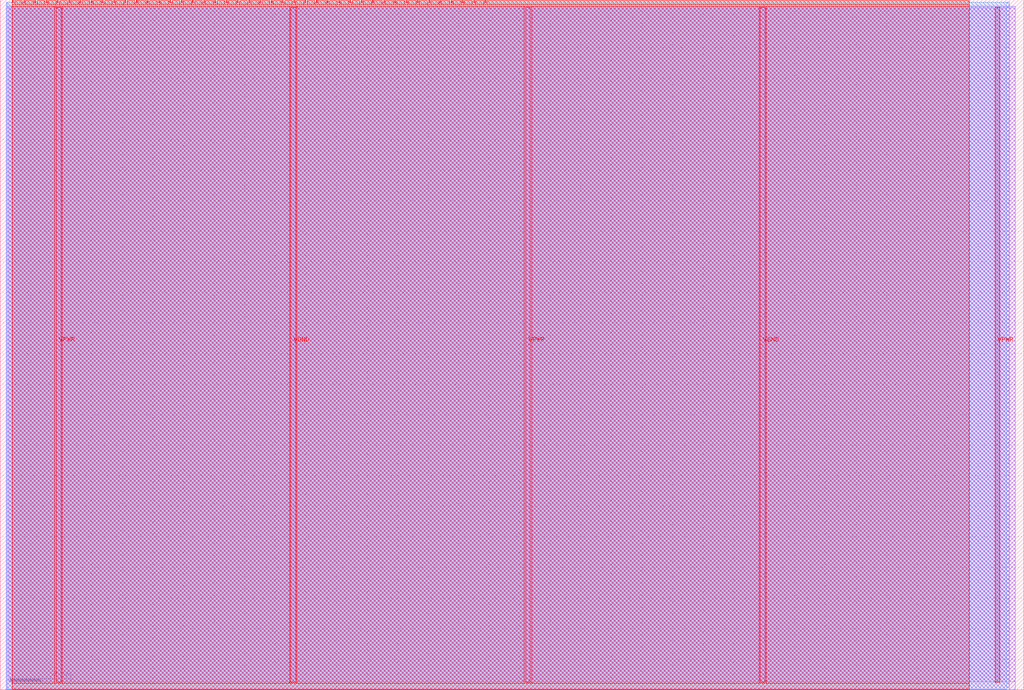
<source format=lef>
VERSION 5.7 ;
  NOWIREEXTENSIONATPIN ON ;
  DIVIDERCHAR "/" ;
  BUSBITCHARS "[]" ;
MACRO tt_um_fjpolo_r2a03
  CLASS BLOCK ;
  FOREIGN tt_um_fjpolo_r2a03 ;
  ORIGIN 0.000 0.000 ;
  SIZE 334.880 BY 225.760 ;
  PIN VGND
    DIRECTION INOUT ;
    USE GROUND ;
    PORT
      LAYER met4 ;
        RECT 95.080 2.480 96.680 223.280 ;
    END
    PORT
      LAYER met4 ;
        RECT 248.680 2.480 250.280 223.280 ;
    END
  END VGND
  PIN VPWR
    DIRECTION INOUT ;
    USE POWER ;
    PORT
      LAYER met4 ;
        RECT 18.280 2.480 19.880 223.280 ;
    END
    PORT
      LAYER met4 ;
        RECT 171.880 2.480 173.480 223.280 ;
    END
    PORT
      LAYER met4 ;
        RECT 325.480 2.480 327.080 223.280 ;
    END
  END VPWR
  PIN clk
    DIRECTION INPUT ;
    USE SIGNAL ;
    ANTENNAGATEAREA 0.852000 ;
    PORT
      LAYER met4 ;
        RECT 154.870 224.760 155.170 225.760 ;
    END
  END clk
  PIN ena
    DIRECTION INPUT ;
    USE SIGNAL ;
    ANTENNAGATEAREA 0.247500 ;
    PORT
      LAYER met4 ;
        RECT 158.550 224.760 158.850 225.760 ;
    END
  END ena
  PIN rst_n
    DIRECTION INPUT ;
    USE SIGNAL ;
    ANTENNAGATEAREA 0.159000 ;
    PORT
      LAYER met4 ;
        RECT 151.190 224.760 151.490 225.760 ;
    END
  END rst_n
  PIN ui_in[0]
    DIRECTION INPUT ;
    USE SIGNAL ;
    ANTENNAGATEAREA 0.159000 ;
    PORT
      LAYER met4 ;
        RECT 147.510 224.760 147.810 225.760 ;
    END
  END ui_in[0]
  PIN ui_in[1]
    DIRECTION INPUT ;
    USE SIGNAL ;
    ANTENNAGATEAREA 0.196500 ;
    PORT
      LAYER met4 ;
        RECT 143.830 224.760 144.130 225.760 ;
    END
  END ui_in[1]
  PIN ui_in[2]
    DIRECTION INPUT ;
    USE SIGNAL ;
    ANTENNAGATEAREA 0.196500 ;
    PORT
      LAYER met4 ;
        RECT 140.150 224.760 140.450 225.760 ;
    END
  END ui_in[2]
  PIN ui_in[3]
    DIRECTION INPUT ;
    USE SIGNAL ;
    ANTENNAGATEAREA 0.196500 ;
    PORT
      LAYER met4 ;
        RECT 136.470 224.760 136.770 225.760 ;
    END
  END ui_in[3]
  PIN ui_in[4]
    DIRECTION INPUT ;
    USE SIGNAL ;
    PORT
      LAYER met4 ;
        RECT 132.790 224.760 133.090 225.760 ;
    END
  END ui_in[4]
  PIN ui_in[5]
    DIRECTION INPUT ;
    USE SIGNAL ;
    PORT
      LAYER met4 ;
        RECT 129.110 224.760 129.410 225.760 ;
    END
  END ui_in[5]
  PIN ui_in[6]
    DIRECTION INPUT ;
    USE SIGNAL ;
    PORT
      LAYER met4 ;
        RECT 125.430 224.760 125.730 225.760 ;
    END
  END ui_in[6]
  PIN ui_in[7]
    DIRECTION INPUT ;
    USE SIGNAL ;
    PORT
      LAYER met4 ;
        RECT 121.750 224.760 122.050 225.760 ;
    END
  END ui_in[7]
  PIN uio_in[0]
    DIRECTION INPUT ;
    USE SIGNAL ;
    ANTENNAGATEAREA 0.196500 ;
    PORT
      LAYER met4 ;
        RECT 118.070 224.760 118.370 225.760 ;
    END
  END uio_in[0]
  PIN uio_in[1]
    DIRECTION INPUT ;
    USE SIGNAL ;
    ANTENNAGATEAREA 0.196500 ;
    PORT
      LAYER met4 ;
        RECT 114.390 224.760 114.690 225.760 ;
    END
  END uio_in[1]
  PIN uio_in[2]
    DIRECTION INPUT ;
    USE SIGNAL ;
    ANTENNAGATEAREA 0.213000 ;
    PORT
      LAYER met4 ;
        RECT 110.710 224.760 111.010 225.760 ;
    END
  END uio_in[2]
  PIN uio_in[3]
    DIRECTION INPUT ;
    USE SIGNAL ;
    ANTENNAGATEAREA 0.126000 ;
    PORT
      LAYER met4 ;
        RECT 107.030 224.760 107.330 225.760 ;
    END
  END uio_in[3]
  PIN uio_in[4]
    DIRECTION INPUT ;
    USE SIGNAL ;
    ANTENNAGATEAREA 0.213000 ;
    PORT
      LAYER met4 ;
        RECT 103.350 224.760 103.650 225.760 ;
    END
  END uio_in[4]
  PIN uio_in[5]
    DIRECTION INPUT ;
    USE SIGNAL ;
    ANTENNAGATEAREA 0.213000 ;
    PORT
      LAYER met4 ;
        RECT 99.670 224.760 99.970 225.760 ;
    END
  END uio_in[5]
  PIN uio_in[6]
    DIRECTION INPUT ;
    USE SIGNAL ;
    ANTENNAGATEAREA 0.126000 ;
    PORT
      LAYER met4 ;
        RECT 95.990 224.760 96.290 225.760 ;
    END
  END uio_in[6]
  PIN uio_in[7]
    DIRECTION INPUT ;
    USE SIGNAL ;
    ANTENNAGATEAREA 0.126000 ;
    PORT
      LAYER met4 ;
        RECT 92.310 224.760 92.610 225.760 ;
    END
  END uio_in[7]
  PIN uio_oe[0]
    DIRECTION OUTPUT TRISTATE ;
    USE SIGNAL ;
    ANTENNADIFFAREA 1.782000 ;
    PORT
      LAYER met4 ;
        RECT 29.750 224.760 30.050 225.760 ;
    END
  END uio_oe[0]
  PIN uio_oe[1]
    DIRECTION OUTPUT TRISTATE ;
    USE SIGNAL ;
    ANTENNADIFFAREA 1.336500 ;
    PORT
      LAYER met4 ;
        RECT 26.070 224.760 26.370 225.760 ;
    END
  END uio_oe[1]
  PIN uio_oe[2]
    DIRECTION OUTPUT TRISTATE ;
    USE SIGNAL ;
    ANTENNADIFFAREA 1.336500 ;
    PORT
      LAYER met4 ;
        RECT 22.390 224.760 22.690 225.760 ;
    END
  END uio_oe[2]
  PIN uio_oe[3]
    DIRECTION OUTPUT TRISTATE ;
    USE SIGNAL ;
    ANTENNADIFFAREA 1.336500 ;
    PORT
      LAYER met4 ;
        RECT 18.710 224.760 19.010 225.760 ;
    END
  END uio_oe[3]
  PIN uio_oe[4]
    DIRECTION OUTPUT TRISTATE ;
    USE SIGNAL ;
    ANTENNADIFFAREA 1.336500 ;
    PORT
      LAYER met4 ;
        RECT 15.030 224.760 15.330 225.760 ;
    END
  END uio_oe[4]
  PIN uio_oe[5]
    DIRECTION OUTPUT TRISTATE ;
    USE SIGNAL ;
    ANTENNADIFFAREA 0.795200 ;
    PORT
      LAYER met4 ;
        RECT 11.350 224.760 11.650 225.760 ;
    END
  END uio_oe[5]
  PIN uio_oe[6]
    DIRECTION OUTPUT TRISTATE ;
    USE SIGNAL ;
    ANTENNADIFFAREA 1.336500 ;
    PORT
      LAYER met4 ;
        RECT 7.670 224.760 7.970 225.760 ;
    END
  END uio_oe[6]
  PIN uio_oe[7]
    DIRECTION OUTPUT TRISTATE ;
    USE SIGNAL ;
    ANTENNADIFFAREA 1.336500 ;
    PORT
      LAYER met4 ;
        RECT 3.990 224.760 4.290 225.760 ;
    END
  END uio_oe[7]
  PIN uio_out[0]
    DIRECTION OUTPUT TRISTATE ;
    USE SIGNAL ;
    ANTENNAGATEAREA 0.495000 ;
    ANTENNADIFFAREA 0.891000 ;
    PORT
      LAYER met4 ;
        RECT 59.190 224.760 59.490 225.760 ;
    END
  END uio_out[0]
  PIN uio_out[1]
    DIRECTION OUTPUT TRISTATE ;
    USE SIGNAL ;
    ANTENNAGATEAREA 0.495000 ;
    ANTENNADIFFAREA 0.891000 ;
    PORT
      LAYER met4 ;
        RECT 55.510 224.760 55.810 225.760 ;
    END
  END uio_out[1]
  PIN uio_out[2]
    DIRECTION OUTPUT TRISTATE ;
    USE SIGNAL ;
    ANTENNAGATEAREA 0.495000 ;
    ANTENNADIFFAREA 0.891000 ;
    PORT
      LAYER met4 ;
        RECT 51.830 224.760 52.130 225.760 ;
    END
  END uio_out[2]
  PIN uio_out[3]
    DIRECTION OUTPUT TRISTATE ;
    USE SIGNAL ;
    ANTENNAGATEAREA 0.495000 ;
    ANTENNADIFFAREA 0.891000 ;
    PORT
      LAYER met4 ;
        RECT 48.150 224.760 48.450 225.760 ;
    END
  END uio_out[3]
  PIN uio_out[4]
    DIRECTION OUTPUT TRISTATE ;
    USE SIGNAL ;
    ANTENNAGATEAREA 0.495000 ;
    ANTENNADIFFAREA 0.891000 ;
    PORT
      LAYER met4 ;
        RECT 44.470 224.760 44.770 225.760 ;
    END
  END uio_out[4]
  PIN uio_out[5]
    DIRECTION OUTPUT TRISTATE ;
    USE SIGNAL ;
    ANTENNAGATEAREA 0.373500 ;
    ANTENNADIFFAREA 0.891000 ;
    PORT
      LAYER met4 ;
        RECT 40.790 224.760 41.090 225.760 ;
    END
  END uio_out[5]
  PIN uio_out[6]
    DIRECTION OUTPUT TRISTATE ;
    USE SIGNAL ;
    ANTENNAGATEAREA 0.495000 ;
    ANTENNADIFFAREA 0.891000 ;
    PORT
      LAYER met4 ;
        RECT 37.110 224.760 37.410 225.760 ;
    END
  END uio_out[6]
  PIN uio_out[7]
    DIRECTION OUTPUT TRISTATE ;
    USE SIGNAL ;
    ANTENNAGATEAREA 0.495000 ;
    ANTENNADIFFAREA 1.760400 ;
    PORT
      LAYER met4 ;
        RECT 33.430 224.760 33.730 225.760 ;
    END
  END uio_out[7]
  PIN uo_out[0]
    DIRECTION OUTPUT TRISTATE ;
    USE SIGNAL ;
    ANTENNADIFFAREA 1.782000 ;
    PORT
      LAYER met4 ;
        RECT 88.630 224.760 88.930 225.760 ;
    END
  END uo_out[0]
  PIN uo_out[1]
    DIRECTION OUTPUT TRISTATE ;
    USE SIGNAL ;
    ANTENNADIFFAREA 1.782000 ;
    PORT
      LAYER met4 ;
        RECT 84.950 224.760 85.250 225.760 ;
    END
  END uo_out[1]
  PIN uo_out[2]
    DIRECTION OUTPUT TRISTATE ;
    USE SIGNAL ;
    ANTENNADIFFAREA 1.782000 ;
    PORT
      LAYER met4 ;
        RECT 81.270 224.760 81.570 225.760 ;
    END
  END uo_out[2]
  PIN uo_out[3]
    DIRECTION OUTPUT TRISTATE ;
    USE SIGNAL ;
    ANTENNADIFFAREA 1.782000 ;
    PORT
      LAYER met4 ;
        RECT 77.590 224.760 77.890 225.760 ;
    END
  END uo_out[3]
  PIN uo_out[4]
    DIRECTION OUTPUT TRISTATE ;
    USE SIGNAL ;
    ANTENNADIFFAREA 1.782000 ;
    PORT
      LAYER met4 ;
        RECT 73.910 224.760 74.210 225.760 ;
    END
  END uo_out[4]
  PIN uo_out[5]
    DIRECTION OUTPUT TRISTATE ;
    USE SIGNAL ;
    ANTENNADIFFAREA 0.795200 ;
    PORT
      LAYER met4 ;
        RECT 70.230 224.760 70.530 225.760 ;
    END
  END uo_out[5]
  PIN uo_out[6]
    DIRECTION OUTPUT TRISTATE ;
    USE SIGNAL ;
    ANTENNADIFFAREA 1.336500 ;
    PORT
      LAYER met4 ;
        RECT 66.550 224.760 66.850 225.760 ;
    END
  END uo_out[6]
  PIN uo_out[7]
    DIRECTION OUTPUT TRISTATE ;
    USE SIGNAL ;
    ANTENNADIFFAREA 1.782000 ;
    PORT
      LAYER met4 ;
        RECT 62.870 224.760 63.170 225.760 ;
    END
  END uo_out[7]
  OBS
      LAYER li1 ;
        RECT 2.760 2.635 332.120 223.125 ;
      LAYER met1 ;
        RECT 1.910 0.040 332.120 223.680 ;
      LAYER met2 ;
        RECT 1.940 0.010 330.180 224.925 ;
      LAYER met3 ;
        RECT 2.365 0.175 329.295 224.905 ;
      LAYER met4 ;
        RECT 4.690 224.360 7.270 225.410 ;
        RECT 8.370 224.360 10.950 225.410 ;
        RECT 12.050 224.360 14.630 225.410 ;
        RECT 15.730 224.360 18.310 225.410 ;
        RECT 19.410 224.360 21.990 225.410 ;
        RECT 23.090 224.360 25.670 225.410 ;
        RECT 26.770 224.360 29.350 225.410 ;
        RECT 30.450 224.360 33.030 225.410 ;
        RECT 34.130 224.360 36.710 225.410 ;
        RECT 37.810 224.360 40.390 225.410 ;
        RECT 41.490 224.360 44.070 225.410 ;
        RECT 45.170 224.360 47.750 225.410 ;
        RECT 48.850 224.360 51.430 225.410 ;
        RECT 52.530 224.360 55.110 225.410 ;
        RECT 56.210 224.360 58.790 225.410 ;
        RECT 59.890 224.360 62.470 225.410 ;
        RECT 63.570 224.360 66.150 225.410 ;
        RECT 67.250 224.360 69.830 225.410 ;
        RECT 70.930 224.360 73.510 225.410 ;
        RECT 74.610 224.360 77.190 225.410 ;
        RECT 78.290 224.360 80.870 225.410 ;
        RECT 81.970 224.360 84.550 225.410 ;
        RECT 85.650 224.360 88.230 225.410 ;
        RECT 89.330 224.360 91.910 225.410 ;
        RECT 93.010 224.360 95.590 225.410 ;
        RECT 96.690 224.360 99.270 225.410 ;
        RECT 100.370 224.360 102.950 225.410 ;
        RECT 104.050 224.360 106.630 225.410 ;
        RECT 107.730 224.360 110.310 225.410 ;
        RECT 111.410 224.360 113.990 225.410 ;
        RECT 115.090 224.360 117.670 225.410 ;
        RECT 118.770 224.360 121.350 225.410 ;
        RECT 122.450 224.360 125.030 225.410 ;
        RECT 126.130 224.360 128.710 225.410 ;
        RECT 129.810 224.360 132.390 225.410 ;
        RECT 133.490 224.360 136.070 225.410 ;
        RECT 137.170 224.360 139.750 225.410 ;
        RECT 140.850 224.360 143.430 225.410 ;
        RECT 144.530 224.360 147.110 225.410 ;
        RECT 148.210 224.360 150.790 225.410 ;
        RECT 151.890 224.360 154.470 225.410 ;
        RECT 155.570 224.360 158.150 225.410 ;
        RECT 159.250 224.360 317.105 225.410 ;
        RECT 3.975 223.680 317.105 224.360 ;
        RECT 3.975 2.080 17.880 223.680 ;
        RECT 20.280 2.080 94.680 223.680 ;
        RECT 97.080 2.080 171.480 223.680 ;
        RECT 173.880 2.080 248.280 223.680 ;
        RECT 250.680 2.080 317.105 223.680 ;
        RECT 3.975 0.175 317.105 2.080 ;
  END
END tt_um_fjpolo_r2a03
END LIBRARY


</source>
